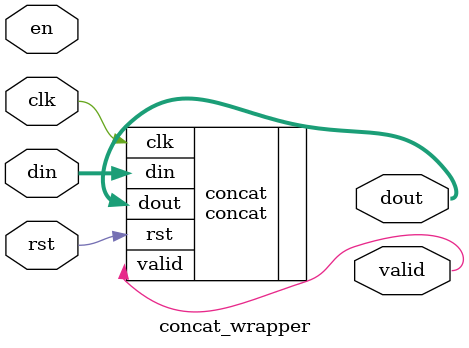
<source format=v>
module concat_wrapper #(
    parameter DATAW_IN = 8,
    parameter DATAW_IN_LEN = 3,
    parameter DATAW_OUT = 32,
    parameter CONCAT_NUM = 4,
    parameter CONCAT_LEN = 2
) (
    input wire clk, rst,
    input wire en,
    input wire [DATAW_IN-1:0] din,
    output wire [DATAW_OUT-1:0] dout,
    output wire valid
);
    concat #(
        .DATAW_IN(DATAW_IN),
        .DATAW_IN_LEN(DATAW_IN_LEN),
        .DATAW_OUT(DATAW_OUT),
        .CONCAT_NUM(CONCAT_NUM),
        .CONCAT_LEN(CONCAT_LEN)
    ) concat (
        .clk(clk),
        .rst(rst),
        .din(din),
        .dout(dout),
        .valid(valid)
    );

endmodule
</source>
